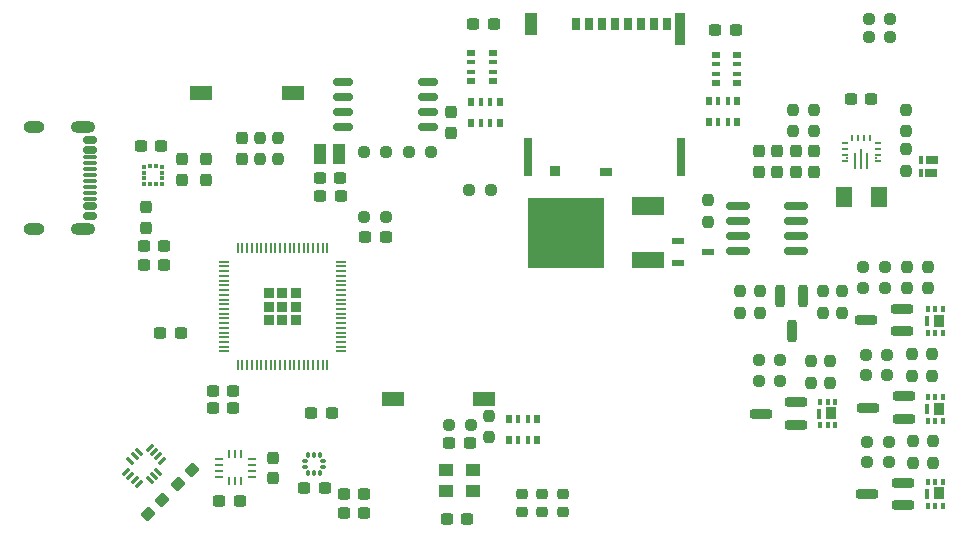
<source format=gbr>
%TF.GenerationSoftware,KiCad,Pcbnew,9.0.7*%
%TF.CreationDate,2026-01-13T15:48:47+01:00*%
%TF.ProjectId,TABv1,54414276-312e-46b6-9963-61645f706362,rev?*%
%TF.SameCoordinates,Original*%
%TF.FileFunction,Paste,Top*%
%TF.FilePolarity,Positive*%
%FSLAX46Y46*%
G04 Gerber Fmt 4.6, Leading zero omitted, Abs format (unit mm)*
G04 Created by KiCad (PCBNEW 9.0.7) date 2026-01-13 15:48:47*
%MOMM*%
%LPD*%
G01*
G04 APERTURE LIST*
G04 Aperture macros list*
%AMRoundRect*
0 Rectangle with rounded corners*
0 $1 Rounding radius*
0 $2 $3 $4 $5 $6 $7 $8 $9 X,Y pos of 4 corners*
0 Add a 4 corners polygon primitive as box body*
4,1,4,$2,$3,$4,$5,$6,$7,$8,$9,$2,$3,0*
0 Add four circle primitives for the rounded corners*
1,1,$1+$1,$2,$3*
1,1,$1+$1,$4,$5*
1,1,$1+$1,$6,$7*
1,1,$1+$1,$8,$9*
0 Add four rect primitives between the rounded corners*
20,1,$1+$1,$2,$3,$4,$5,0*
20,1,$1+$1,$4,$5,$6,$7,0*
20,1,$1+$1,$6,$7,$8,$9,0*
20,1,$1+$1,$8,$9,$2,$3,0*%
%AMRotRect*
0 Rectangle, with rotation*
0 The origin of the aperture is its center*
0 $1 length*
0 $2 width*
0 $3 Rotation angle, in degrees counterclockwise*
0 Add horizontal line*
21,1,$1,$2,0,0,$3*%
G04 Aperture macros list end*
%ADD10R,0.250000X0.600000*%
%ADD11R,0.600000X0.250000*%
%ADD12R,0.250000X0.250000*%
%ADD13R,0.250000X1.350000*%
%ADD14R,0.250000X1.700000*%
%ADD15RoundRect,0.237500X-0.237500X0.250000X-0.237500X-0.250000X0.237500X-0.250000X0.237500X0.250000X0*%
%ADD16R,0.800000X0.500000*%
%ADD17R,0.800000X0.400000*%
%ADD18RoundRect,0.162500X-0.650000X-0.162500X0.650000X-0.162500X0.650000X0.162500X-0.650000X0.162500X0*%
%ADD19RotRect,0.254000X0.787400X135.000000*%
%ADD20RotRect,0.254000X0.787400X45.000000*%
%ADD21RoundRect,0.237500X0.237500X-0.250000X0.237500X0.250000X-0.237500X0.250000X-0.237500X-0.250000X0*%
%ADD22R,1.300000X1.050000*%
%ADD23RoundRect,0.237500X0.300000X0.237500X-0.300000X0.237500X-0.300000X-0.237500X0.300000X-0.237500X0*%
%ADD24RoundRect,0.218750X0.256250X-0.218750X0.256250X0.218750X-0.256250X0.218750X-0.256250X-0.218750X0*%
%ADD25R,0.350000X0.500000*%
%ADD26R,0.950000X1.000000*%
%ADD27R,0.300000X0.850000*%
%ADD28RoundRect,0.237500X-0.250000X-0.237500X0.250000X-0.237500X0.250000X0.237500X-0.250000X0.237500X0*%
%ADD29RoundRect,0.237500X-0.237500X0.300000X-0.237500X-0.300000X0.237500X-0.300000X0.237500X0.300000X0*%
%ADD30R,0.700000X1.100000*%
%ADD31R,0.900000X0.930000*%
%ADD32R,1.050000X0.780000*%
%ADD33R,0.700000X3.330000*%
%ADD34R,0.860000X2.800000*%
%ADD35R,1.140000X1.830000*%
%ADD36R,0.500000X0.800000*%
%ADD37R,0.400000X0.800000*%
%ADD38RoundRect,0.237500X-0.300000X-0.237500X0.300000X-0.237500X0.300000X0.237500X-0.300000X0.237500X0*%
%ADD39RoundRect,0.150000X-0.825000X-0.150000X0.825000X-0.150000X0.825000X0.150000X-0.825000X0.150000X0*%
%ADD40R,1.070000X0.600000*%
%ADD41RoundRect,0.200000X0.750000X0.200000X-0.750000X0.200000X-0.750000X-0.200000X0.750000X-0.200000X0*%
%ADD42RoundRect,0.180000X-0.770000X-0.420000X0.770000X-0.420000X0.770000X0.420000X-0.770000X0.420000X0*%
%ADD43RoundRect,0.227500X-0.227500X-0.227500X0.227500X-0.227500X0.227500X0.227500X-0.227500X0.227500X0*%
%ADD44RoundRect,0.050000X-0.350000X-0.050000X0.350000X-0.050000X0.350000X0.050000X-0.350000X0.050000X0*%
%ADD45RoundRect,0.050000X-0.050000X-0.350000X0.050000X-0.350000X0.050000X0.350000X-0.050000X0.350000X0*%
%ADD46R,1.016000X1.803400*%
%ADD47R,0.385000X0.690000*%
%ADD48R,1.035000X0.690000*%
%ADD49RoundRect,0.237500X0.237500X-0.300000X0.237500X0.300000X-0.237500X0.300000X-0.237500X-0.300000X0*%
%ADD50RoundRect,0.087500X0.125000X0.087500X-0.125000X0.087500X-0.125000X-0.087500X0.125000X-0.087500X0*%
%ADD51RoundRect,0.087500X0.087500X0.125000X-0.087500X0.125000X-0.087500X-0.125000X0.087500X-0.125000X0*%
%ADD52RoundRect,0.237500X0.250000X0.237500X-0.250000X0.237500X-0.250000X-0.237500X0.250000X-0.237500X0*%
%ADD53RoundRect,0.237500X0.044194X0.380070X-0.380070X-0.044194X-0.044194X-0.380070X0.380070X0.044194X0*%
%ADD54R,0.787400X0.254000*%
%ADD55R,0.254000X0.787400*%
%ADD56R,2.800000X1.350000*%
%ADD57R,2.800000X1.500000*%
%ADD58R,6.500000X6.000000*%
%ADD59R,0.375000X0.350000*%
%ADD60R,0.350000X0.375000*%
%ADD61RoundRect,0.250001X-0.462499X-0.624999X0.462499X-0.624999X0.462499X0.624999X-0.462499X0.624999X0*%
%ADD62RoundRect,0.200000X-0.200000X0.750000X-0.200000X-0.750000X0.200000X-0.750000X0.200000X0.750000X0*%
%ADD63RoundRect,0.150000X-0.425000X0.150000X-0.425000X-0.150000X0.425000X-0.150000X0.425000X0.150000X0*%
%ADD64RoundRect,0.075000X-0.500000X0.075000X-0.500000X-0.075000X0.500000X-0.075000X0.500000X0.075000X0*%
%ADD65O,2.100000X1.000000*%
%ADD66O,1.800000X1.000000*%
%ADD67RoundRect,0.237500X-0.044194X-0.380070X0.380070X0.044194X0.044194X0.380070X-0.380070X-0.044194X0*%
%ADD68RoundRect,0.180000X0.770000X0.420000X-0.770000X0.420000X-0.770000X-0.420000X0.770000X-0.420000X0*%
G04 APERTURE END LIST*
D10*
%TO.C,IC1*%
X145250000Y-45349000D03*
X144750000Y-45349000D03*
X144250000Y-45349000D03*
X143750000Y-45349000D03*
D11*
X143100000Y-45775000D03*
X143100000Y-46275000D03*
X143100000Y-46775000D03*
D12*
X143275000Y-47025000D03*
D11*
X143100000Y-47275000D03*
D13*
X144000000Y-47275000D03*
D14*
X144500000Y-47100000D03*
D13*
X145000000Y-47275000D03*
D11*
X145900000Y-47275000D03*
X145900000Y-46775000D03*
D12*
X145725000Y-47025000D03*
D11*
X145900000Y-46275000D03*
X145900000Y-45775000D03*
%TD*%
D15*
%TO.C,R8*%
X131500000Y-50587500D03*
X131500000Y-52412500D03*
%TD*%
D16*
%TO.C,RN8*%
X132200000Y-38300000D03*
D17*
X132200000Y-39100000D03*
X132200000Y-39900000D03*
D16*
X132200000Y-40700000D03*
X134000000Y-40700000D03*
D17*
X134000000Y-39900000D03*
X134000000Y-39100000D03*
D16*
X134000000Y-38300000D03*
%TD*%
D18*
%TO.C,U2*%
X100662500Y-40595000D03*
X100662500Y-41865000D03*
X100662500Y-43135000D03*
X100662500Y-44405000D03*
X107837500Y-44405000D03*
X107837500Y-43135000D03*
X107837500Y-41865000D03*
X107837500Y-40595000D03*
%TD*%
D19*
%TO.C,U4*%
X82272861Y-73566478D03*
X82626415Y-73920032D03*
X82979968Y-74273585D03*
X83333522Y-74627139D03*
D20*
X84263651Y-74270756D03*
X84617203Y-73917203D03*
X84970756Y-73563651D03*
D19*
X85327139Y-72633522D03*
X84973585Y-72279968D03*
X84620032Y-71926415D03*
X84266478Y-71572861D03*
D20*
X83336349Y-71929244D03*
X82982797Y-72282797D03*
X82629244Y-72636349D03*
%TD*%
D21*
%TO.C,R34*%
X150480000Y-65462500D03*
X150480000Y-63637500D03*
%TD*%
D22*
%TO.C,Y1*%
X111650000Y-73475000D03*
X109350000Y-73475000D03*
X109350000Y-75225000D03*
X111650000Y-75225000D03*
%TD*%
D23*
%TO.C,C27*%
X91862500Y-76043700D03*
X90137500Y-76043700D03*
%TD*%
D24*
%TO.C,D7*%
X115750000Y-77000000D03*
X115750000Y-75425000D03*
%TD*%
D25*
%TO.C,Q13*%
X151429844Y-59824500D03*
X150779844Y-59824500D03*
X150129844Y-59824500D03*
X150129844Y-61824500D03*
X150779844Y-61824500D03*
X151429844Y-61824500D03*
D26*
X151069844Y-60804500D03*
D27*
X150089844Y-60824500D03*
%TD*%
D28*
%TO.C,R35*%
X144687500Y-56281406D03*
X146512500Y-56281406D03*
%TD*%
D23*
%TO.C,C39*%
X102400000Y-77100000D03*
X100675000Y-77100000D03*
%TD*%
%TO.C,C38*%
X99062500Y-75000000D03*
X97337500Y-75000000D03*
%TD*%
D29*
%TO.C,C35*%
X89000000Y-47137500D03*
X89000000Y-48862500D03*
%TD*%
D28*
%TO.C,R32*%
X144887500Y-63700000D03*
X146712500Y-63700000D03*
%TD*%
D23*
%TO.C,C16*%
X111162500Y-77550000D03*
X109437500Y-77550000D03*
%TD*%
D30*
%TO.C,J7*%
X120382500Y-35635000D03*
X121482500Y-35635000D03*
X122582500Y-35635000D03*
X123682500Y-35635000D03*
X124782500Y-35635000D03*
X125882500Y-35635000D03*
X126982500Y-35635000D03*
X128082500Y-35635000D03*
D31*
X118592500Y-48100000D03*
D32*
X122857500Y-48175000D03*
D33*
X129242500Y-46900000D03*
D34*
X129162500Y-36135000D03*
D35*
X116502500Y-35650000D03*
D33*
X116282500Y-46900000D03*
%TD*%
D36*
%TO.C,RN10*%
X117050000Y-69100000D03*
D37*
X116250000Y-69100000D03*
X115450000Y-69100000D03*
D36*
X114650000Y-69100000D03*
X114650000Y-70900000D03*
D37*
X115450000Y-70900000D03*
X116250000Y-70900000D03*
D36*
X117050000Y-70900000D03*
%TD*%
D38*
%TO.C,C9*%
X89600000Y-66730000D03*
X91325000Y-66730000D03*
%TD*%
%TO.C,C2*%
X98700000Y-50200000D03*
X100425000Y-50200000D03*
%TD*%
D21*
%TO.C,R19*%
X135900000Y-60112500D03*
X135900000Y-58287500D03*
%TD*%
D16*
%TO.C,RN6*%
X113300000Y-40500000D03*
D17*
X113300000Y-39700000D03*
X113300000Y-38900000D03*
D16*
X113300000Y-38100000D03*
X111500000Y-38100000D03*
D17*
X111500000Y-38900000D03*
X111500000Y-39700000D03*
D16*
X111500000Y-40500000D03*
%TD*%
D23*
%TO.C,C3*%
X104225000Y-53750000D03*
X102500000Y-53750000D03*
%TD*%
D21*
%TO.C,R15*%
X140250000Y-66068750D03*
X140250000Y-64243750D03*
%TD*%
D38*
%TO.C,C1*%
X98675000Y-48687500D03*
X100400000Y-48687500D03*
%TD*%
D25*
%TO.C,Q11*%
X142300000Y-67656250D03*
X141650000Y-67656250D03*
X141000000Y-67656250D03*
X141000000Y-69656250D03*
X141650000Y-69656250D03*
X142300000Y-69656250D03*
D26*
X141940000Y-68636250D03*
D27*
X140960000Y-68656250D03*
%TD*%
D39*
%TO.C,U7*%
X134025000Y-51095000D03*
X134025000Y-52365000D03*
X134025000Y-53635000D03*
X134025000Y-54905000D03*
X138975000Y-54905000D03*
X138975000Y-53635000D03*
X138975000Y-52365000D03*
X138975000Y-51095000D03*
%TD*%
D40*
%TO.C,Q4*%
X129010000Y-54050000D03*
X129010000Y-55950000D03*
X131490000Y-55000000D03*
%TD*%
D41*
%TO.C,Q8*%
X148111844Y-69104346D03*
X148111844Y-67204346D03*
X145111844Y-68154346D03*
%TD*%
D24*
%TO.C,D6*%
X117500000Y-77000000D03*
X117500000Y-75425000D03*
%TD*%
D28*
%TO.C,R40*%
X111287500Y-49700000D03*
X113112500Y-49700000D03*
%TD*%
D21*
%TO.C,R23*%
X148300000Y-44762500D03*
X148300000Y-42937500D03*
%TD*%
%TO.C,R17*%
X148780000Y-65475000D03*
X148780000Y-63650000D03*
%TD*%
D28*
%TO.C,R30*%
X135837500Y-64156250D03*
X137662500Y-64156250D03*
%TD*%
D42*
%TO.C,SW1*%
X88625000Y-41500000D03*
X96375000Y-41500000D03*
%TD*%
D21*
%TO.C,R6*%
X95100000Y-47125000D03*
X95100000Y-45300000D03*
%TD*%
D43*
%TO.C,U1*%
X94370000Y-58470000D03*
X94370000Y-59600000D03*
X94370000Y-60730000D03*
X95500000Y-58470000D03*
X95500000Y-59600000D03*
X95500000Y-60730000D03*
X96630000Y-58470000D03*
X96630000Y-59600000D03*
X96630000Y-60730000D03*
D44*
X90550000Y-55800000D03*
X90550000Y-56200000D03*
X90550000Y-56600000D03*
X90550000Y-57000000D03*
X90550000Y-57400000D03*
X90550000Y-57800000D03*
X90550000Y-58200000D03*
X90550000Y-58600000D03*
X90550000Y-59000000D03*
X90550000Y-59400000D03*
X90550000Y-59800000D03*
X90550000Y-60200000D03*
X90550000Y-60600000D03*
X90550000Y-61000000D03*
X90550000Y-61400000D03*
X90550000Y-61800000D03*
X90550000Y-62200000D03*
X90550000Y-62600000D03*
X90550000Y-63000000D03*
X90550000Y-63400000D03*
D45*
X91700000Y-64550000D03*
X92100000Y-64550000D03*
X92500000Y-64550000D03*
X92900000Y-64550000D03*
X93300000Y-64550000D03*
X93700000Y-64550000D03*
X94100000Y-64550000D03*
X94500000Y-64550000D03*
X94900000Y-64550000D03*
X95300000Y-64550000D03*
X95700000Y-64550000D03*
X96100000Y-64550000D03*
X96500000Y-64550000D03*
X96900000Y-64550000D03*
X97300000Y-64550000D03*
X97700000Y-64550000D03*
X98100000Y-64550000D03*
X98500000Y-64550000D03*
X98900000Y-64550000D03*
X99300000Y-64550000D03*
D44*
X100450000Y-63400000D03*
X100450000Y-63000000D03*
X100450000Y-62600000D03*
X100450000Y-62200000D03*
X100450000Y-61800000D03*
X100450000Y-61400000D03*
X100450000Y-61000000D03*
X100450000Y-60600000D03*
X100450000Y-60200000D03*
X100450000Y-59800000D03*
X100450000Y-59400000D03*
X100450000Y-59000000D03*
X100450000Y-58600000D03*
X100450000Y-58200000D03*
X100450000Y-57800000D03*
X100450000Y-57400000D03*
X100450000Y-57000000D03*
X100450000Y-56600000D03*
X100450000Y-56200000D03*
X100450000Y-55800000D03*
D45*
X99300000Y-54650000D03*
X98900000Y-54650000D03*
X98500000Y-54650000D03*
X98100000Y-54650000D03*
X97700000Y-54650000D03*
X97300000Y-54650000D03*
X96900000Y-54650000D03*
X96500000Y-54650000D03*
X96100000Y-54650000D03*
X95700000Y-54650000D03*
X95300000Y-54650000D03*
X94900000Y-54650000D03*
X94500000Y-54650000D03*
X94100000Y-54650000D03*
X93700000Y-54650000D03*
X93300000Y-54650000D03*
X92900000Y-54650000D03*
X92500000Y-54650000D03*
X92100000Y-54650000D03*
X91700000Y-54650000D03*
%TD*%
D21*
%TO.C,R12*%
X148900000Y-72812500D03*
X148900000Y-70987500D03*
%TD*%
D38*
%TO.C,C10*%
X85150000Y-61875000D03*
X86875000Y-61875000D03*
%TD*%
D21*
%TO.C,R38*%
X150116750Y-58043906D03*
X150116750Y-56218906D03*
%TD*%
D23*
%TO.C,C32*%
X113387500Y-35650000D03*
X111662500Y-35650000D03*
%TD*%
D25*
%TO.C,Q10*%
X151421844Y-74444000D03*
X150771844Y-74444000D03*
X150121844Y-74444000D03*
X150121844Y-76444000D03*
X150771844Y-76444000D03*
X151421844Y-76444000D03*
D26*
X151061844Y-75424000D03*
D27*
X150081844Y-75444000D03*
%TD*%
D21*
%TO.C,R7*%
X112950000Y-70662500D03*
X112950000Y-68837500D03*
%TD*%
%TO.C,R14*%
X150600000Y-72812500D03*
X150600000Y-70987500D03*
%TD*%
D36*
%TO.C,RN9*%
X134000000Y-42200000D03*
D37*
X133200000Y-42200000D03*
X132400000Y-42200000D03*
D36*
X131600000Y-42200000D03*
X131600000Y-44000000D03*
D37*
X132400000Y-44000000D03*
X133200000Y-44000000D03*
D36*
X134000000Y-44000000D03*
%TD*%
D23*
%TO.C,C14*%
X99662500Y-68600000D03*
X97937500Y-68600000D03*
%TD*%
D46*
%TO.C,L1*%
X98674900Y-46687500D03*
X100275100Y-46687500D03*
%TD*%
D38*
%TO.C,C11*%
X89600000Y-68200000D03*
X91325000Y-68200000D03*
%TD*%
D15*
%TO.C,R22*%
X138750000Y-42937500D03*
X138750000Y-44762500D03*
%TD*%
D47*
%TO.C,D2*%
X149531500Y-48300000D03*
D48*
X150443500Y-48300000D03*
%TD*%
D49*
%TO.C,C18*%
X137400000Y-48162500D03*
X137400000Y-46437500D03*
%TD*%
D21*
%TO.C,R37*%
X148396750Y-58043906D03*
X148396750Y-56218906D03*
%TD*%
D50*
%TO.C,U11*%
X98962500Y-73150000D03*
X98962500Y-72650000D03*
D51*
X98700000Y-72137500D03*
X98200000Y-72137500D03*
X97700000Y-72137500D03*
D50*
X97437500Y-72650000D03*
X97437500Y-73150000D03*
D51*
X97700000Y-73662500D03*
X98200000Y-73662500D03*
X98700000Y-73662500D03*
%TD*%
D23*
%TO.C,C34*%
X85225000Y-46000000D03*
X83500000Y-46000000D03*
%TD*%
D52*
%TO.C,R3*%
X108075000Y-46500000D03*
X106250000Y-46500000D03*
%TD*%
D49*
%TO.C,C36*%
X87000000Y-48862500D03*
X87000000Y-47137500D03*
%TD*%
D28*
%TO.C,R27*%
X144987500Y-71100000D03*
X146812500Y-71100000D03*
%TD*%
%TO.C,R4*%
X109600000Y-69650000D03*
X111425000Y-69650000D03*
%TD*%
D53*
%TO.C,C30*%
X85329879Y-75966420D03*
X84110119Y-77186180D03*
%TD*%
D24*
%TO.C,D5*%
X119250000Y-77000000D03*
X119250000Y-75425000D03*
%TD*%
D38*
%TO.C,C17*%
X109637500Y-71150000D03*
X111362500Y-71150000D03*
%TD*%
D36*
%TO.C,RN7*%
X113900000Y-42250000D03*
D37*
X113100000Y-42250000D03*
X112300000Y-42250000D03*
D36*
X111500000Y-42250000D03*
X111500000Y-44050000D03*
D37*
X112300000Y-44050000D03*
X113100000Y-44050000D03*
D36*
X113900000Y-44050000D03*
%TD*%
D47*
%TO.C,D1*%
X149550000Y-47200000D03*
D48*
X150462000Y-47200000D03*
%TD*%
D28*
%TO.C,R1*%
X102425000Y-52000000D03*
X104250000Y-52000000D03*
%TD*%
D54*
%TO.C,U5*%
X90090300Y-72499999D03*
X90090300Y-73000000D03*
X90090300Y-73500000D03*
X90090300Y-74000001D03*
D55*
X91000001Y-74405700D03*
X91500000Y-74405700D03*
X91999999Y-74405700D03*
D54*
X92909700Y-74000001D03*
X92909700Y-73500000D03*
X92909700Y-73000000D03*
X92909700Y-72499999D03*
D55*
X91999999Y-72094300D03*
X91500000Y-72094300D03*
X91000001Y-72094300D03*
%TD*%
D52*
%TO.C,R31*%
X137662500Y-65906250D03*
X135837500Y-65906250D03*
%TD*%
D29*
%TO.C,C21*%
X140500000Y-46437500D03*
X140500000Y-48162500D03*
%TD*%
D21*
%TO.C,R18*%
X134200000Y-60112500D03*
X134200000Y-58287500D03*
%TD*%
%TO.C,R13*%
X141250000Y-60112500D03*
X141250000Y-58287500D03*
%TD*%
D56*
%TO.C,Q1*%
X126480000Y-55690000D03*
D57*
X126480000Y-51110000D03*
D58*
X119520000Y-53380000D03*
%TD*%
D25*
%TO.C,Q12*%
X151420000Y-67250000D03*
X150770000Y-67250000D03*
X150120000Y-67250000D03*
X150120000Y-69250000D03*
X150770000Y-69250000D03*
X151420000Y-69250000D03*
D26*
X151060000Y-68230000D03*
D27*
X150080000Y-68250000D03*
%TD*%
D41*
%TO.C,Q9*%
X147912000Y-61662000D03*
X147912000Y-59762000D03*
X144912000Y-60712000D03*
%TD*%
D28*
%TO.C,R2*%
X102425000Y-46500000D03*
X104250000Y-46500000D03*
%TD*%
D59*
%TO.C,U8*%
X83737500Y-47750000D03*
X83737500Y-48250000D03*
X83737500Y-48750000D03*
X83737500Y-49250000D03*
D60*
X84250000Y-49262500D03*
X84750000Y-49262500D03*
D59*
X85262500Y-49250000D03*
X85262500Y-48750000D03*
X85262500Y-48250000D03*
X85262500Y-47750000D03*
D60*
X84750000Y-47737500D03*
X84250000Y-47737500D03*
%TD*%
D49*
%TO.C,C4*%
X109800000Y-44862500D03*
X109800000Y-43137500D03*
%TD*%
D15*
%TO.C,R20*%
X148300000Y-46287500D03*
X148300000Y-48112500D03*
%TD*%
D61*
%TO.C,L2*%
X143062500Y-50300000D03*
X146037500Y-50300000D03*
%TD*%
D62*
%TO.C,Q5*%
X139550000Y-58700000D03*
X137650000Y-58700000D03*
X138600000Y-61700000D03*
%TD*%
D41*
%TO.C,Q6*%
X148001844Y-76394000D03*
X148001844Y-74494000D03*
X145001844Y-75444000D03*
%TD*%
D52*
%TO.C,R36*%
X146512500Y-58031406D03*
X144687500Y-58031406D03*
%TD*%
D28*
%TO.C,R42*%
X145137500Y-35250000D03*
X146962500Y-35250000D03*
%TD*%
D63*
%TO.C,J1*%
X79190000Y-45500000D03*
X79190000Y-46300000D03*
D64*
X79190000Y-47450000D03*
X79190000Y-48450000D03*
X79190000Y-48950000D03*
X79190000Y-49950000D03*
D63*
X79190000Y-51100000D03*
X79190000Y-51900000D03*
X79190000Y-51900000D03*
X79190000Y-51100000D03*
D64*
X79190000Y-50450000D03*
X79190000Y-49450000D03*
X79190000Y-47950000D03*
X79190000Y-46950000D03*
D63*
X79190000Y-46300000D03*
X79190000Y-45500000D03*
D65*
X78615000Y-44380000D03*
D66*
X74435000Y-44380000D03*
D65*
X78615000Y-53020000D03*
D66*
X74435000Y-53020000D03*
%TD*%
D49*
%TO.C,C22*%
X138950000Y-48162500D03*
X138950000Y-46437500D03*
%TD*%
D52*
%TO.C,R33*%
X146712500Y-65400000D03*
X144887500Y-65400000D03*
%TD*%
D67*
%TO.C,C29*%
X86640119Y-74626180D03*
X87859879Y-73406420D03*
%TD*%
D52*
%TO.C,R28*%
X146812500Y-72800000D03*
X144987500Y-72800000D03*
%TD*%
%TO.C,R41*%
X146962500Y-36800000D03*
X145137500Y-36800000D03*
%TD*%
D38*
%TO.C,C20*%
X143637500Y-42050000D03*
X145362500Y-42050000D03*
%TD*%
D41*
%TO.C,Q7*%
X139000000Y-69606250D03*
X139000000Y-67706250D03*
X136000000Y-68656250D03*
%TD*%
D29*
%TO.C,C28*%
X94700000Y-72381200D03*
X94700000Y-74106200D03*
%TD*%
D21*
%TO.C,R5*%
X93600000Y-47125000D03*
X93600000Y-45300000D03*
%TD*%
D68*
%TO.C,SW2*%
X112575000Y-67400000D03*
X104825000Y-67400000D03*
%TD*%
D29*
%TO.C,C5*%
X92100000Y-45350000D03*
X92100000Y-47075000D03*
%TD*%
D21*
%TO.C,R21*%
X140500000Y-44762500D03*
X140500000Y-42937500D03*
%TD*%
D23*
%TO.C,C31*%
X133875000Y-36150000D03*
X132150000Y-36150000D03*
%TD*%
D21*
%TO.C,R16*%
X141850000Y-66068750D03*
X141850000Y-64243750D03*
%TD*%
D29*
%TO.C,C33*%
X83950000Y-51187500D03*
X83950000Y-52912500D03*
%TD*%
D38*
%TO.C,C15*%
X83737500Y-56100000D03*
X85462500Y-56100000D03*
%TD*%
D49*
%TO.C,C19*%
X135850000Y-48162500D03*
X135850000Y-46437500D03*
%TD*%
D38*
%TO.C,C12*%
X83775000Y-54500000D03*
X85500000Y-54500000D03*
%TD*%
D23*
%TO.C,C40*%
X102400000Y-75500000D03*
X100675000Y-75500000D03*
%TD*%
D15*
%TO.C,R29*%
X142850000Y-58287500D03*
X142850000Y-60112500D03*
%TD*%
M02*

</source>
